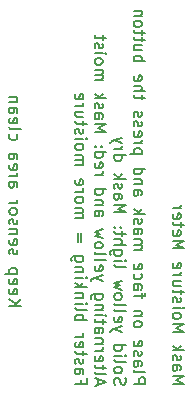
<source format=gbr>
G04 #@! TF.GenerationSoftware,KiCad,Pcbnew,(5.1.4-0-10_14)*
G04 #@! TF.CreationDate,2020-05-31T22:22:30+02:00*
G04 #@! TF.ProjectId,maskmeter,6d61736b-6d65-4746-9572-2e6b69636164,rev?*
G04 #@! TF.SameCoordinates,Original*
G04 #@! TF.FileFunction,Legend,Bot*
G04 #@! TF.FilePolarity,Positive*
%FSLAX46Y46*%
G04 Gerber Fmt 4.6, Leading zero omitted, Abs format (unit mm)*
G04 Created by KiCad (PCBNEW (5.1.4-0-10_14)) date 2020-05-31 22:22:30*
%MOMM*%
%LPD*%
G04 APERTURE LIST*
%ADD10C,0.150000*%
G04 APERTURE END LIST*
D10*
X123047619Y-99633333D02*
X124047619Y-99633333D01*
X123047619Y-99061904D02*
X123619047Y-99490476D01*
X124047619Y-99061904D02*
X123476190Y-99633333D01*
X123095238Y-98252380D02*
X123047619Y-98347619D01*
X123047619Y-98538095D01*
X123095238Y-98633333D01*
X123190476Y-98680952D01*
X123571428Y-98680952D01*
X123666666Y-98633333D01*
X123714285Y-98538095D01*
X123714285Y-98347619D01*
X123666666Y-98252380D01*
X123571428Y-98204761D01*
X123476190Y-98204761D01*
X123380952Y-98680952D01*
X123095238Y-97395238D02*
X123047619Y-97490476D01*
X123047619Y-97680952D01*
X123095238Y-97776190D01*
X123190476Y-97823809D01*
X123571428Y-97823809D01*
X123666666Y-97776190D01*
X123714285Y-97680952D01*
X123714285Y-97490476D01*
X123666666Y-97395238D01*
X123571428Y-97347619D01*
X123476190Y-97347619D01*
X123380952Y-97823809D01*
X123714285Y-96919047D02*
X122714285Y-96919047D01*
X123666666Y-96919047D02*
X123714285Y-96823809D01*
X123714285Y-96633333D01*
X123666666Y-96538095D01*
X123619047Y-96490476D01*
X123523809Y-96442857D01*
X123238095Y-96442857D01*
X123142857Y-96490476D01*
X123095238Y-96538095D01*
X123047619Y-96633333D01*
X123047619Y-96823809D01*
X123095238Y-96919047D01*
X123095238Y-95300000D02*
X123047619Y-95204761D01*
X123047619Y-95014285D01*
X123095238Y-94919047D01*
X123190476Y-94871428D01*
X123238095Y-94871428D01*
X123333333Y-94919047D01*
X123380952Y-95014285D01*
X123380952Y-95157142D01*
X123428571Y-95252380D01*
X123523809Y-95300000D01*
X123571428Y-95300000D01*
X123666666Y-95252380D01*
X123714285Y-95157142D01*
X123714285Y-95014285D01*
X123666666Y-94919047D01*
X123095238Y-94061904D02*
X123047619Y-94157142D01*
X123047619Y-94347619D01*
X123095238Y-94442857D01*
X123190476Y-94490476D01*
X123571428Y-94490476D01*
X123666666Y-94442857D01*
X123714285Y-94347619D01*
X123714285Y-94157142D01*
X123666666Y-94061904D01*
X123571428Y-94014285D01*
X123476190Y-94014285D01*
X123380952Y-94490476D01*
X123714285Y-93585714D02*
X123047619Y-93585714D01*
X123619047Y-93585714D02*
X123666666Y-93538095D01*
X123714285Y-93442857D01*
X123714285Y-93300000D01*
X123666666Y-93204761D01*
X123571428Y-93157142D01*
X123047619Y-93157142D01*
X123095238Y-92728571D02*
X123047619Y-92633333D01*
X123047619Y-92442857D01*
X123095238Y-92347619D01*
X123190476Y-92300000D01*
X123238095Y-92300000D01*
X123333333Y-92347619D01*
X123380952Y-92442857D01*
X123380952Y-92585714D01*
X123428571Y-92680952D01*
X123523809Y-92728571D01*
X123571428Y-92728571D01*
X123666666Y-92680952D01*
X123714285Y-92585714D01*
X123714285Y-92442857D01*
X123666666Y-92347619D01*
X123047619Y-91728571D02*
X123095238Y-91823809D01*
X123142857Y-91871428D01*
X123238095Y-91919047D01*
X123523809Y-91919047D01*
X123619047Y-91871428D01*
X123666666Y-91823809D01*
X123714285Y-91728571D01*
X123714285Y-91585714D01*
X123666666Y-91490476D01*
X123619047Y-91442857D01*
X123523809Y-91395238D01*
X123238095Y-91395238D01*
X123142857Y-91442857D01*
X123095238Y-91490476D01*
X123047619Y-91585714D01*
X123047619Y-91728571D01*
X123047619Y-90966666D02*
X123714285Y-90966666D01*
X123523809Y-90966666D02*
X123619047Y-90919047D01*
X123666666Y-90871428D01*
X123714285Y-90776190D01*
X123714285Y-90680952D01*
X123047619Y-89157142D02*
X123571428Y-89157142D01*
X123666666Y-89204761D01*
X123714285Y-89300000D01*
X123714285Y-89490476D01*
X123666666Y-89585714D01*
X123095238Y-89157142D02*
X123047619Y-89252380D01*
X123047619Y-89490476D01*
X123095238Y-89585714D01*
X123190476Y-89633333D01*
X123285714Y-89633333D01*
X123380952Y-89585714D01*
X123428571Y-89490476D01*
X123428571Y-89252380D01*
X123476190Y-89157142D01*
X123047619Y-88680952D02*
X123714285Y-88680952D01*
X123523809Y-88680952D02*
X123619047Y-88633333D01*
X123666666Y-88585714D01*
X123714285Y-88490476D01*
X123714285Y-88395238D01*
X123095238Y-87680952D02*
X123047619Y-87776190D01*
X123047619Y-87966666D01*
X123095238Y-88061904D01*
X123190476Y-88109523D01*
X123571428Y-88109523D01*
X123666666Y-88061904D01*
X123714285Y-87966666D01*
X123714285Y-87776190D01*
X123666666Y-87680952D01*
X123571428Y-87633333D01*
X123476190Y-87633333D01*
X123380952Y-88109523D01*
X123047619Y-86776190D02*
X123571428Y-86776190D01*
X123666666Y-86823809D01*
X123714285Y-86919047D01*
X123714285Y-87109523D01*
X123666666Y-87204761D01*
X123095238Y-86776190D02*
X123047619Y-86871428D01*
X123047619Y-87109523D01*
X123095238Y-87204761D01*
X123190476Y-87252380D01*
X123285714Y-87252380D01*
X123380952Y-87204761D01*
X123428571Y-87109523D01*
X123428571Y-86871428D01*
X123476190Y-86776190D01*
X123095238Y-85109523D02*
X123047619Y-85204761D01*
X123047619Y-85395238D01*
X123095238Y-85490476D01*
X123142857Y-85538095D01*
X123238095Y-85585714D01*
X123523809Y-85585714D01*
X123619047Y-85538095D01*
X123666666Y-85490476D01*
X123714285Y-85395238D01*
X123714285Y-85204761D01*
X123666666Y-85109523D01*
X123047619Y-84538095D02*
X123095238Y-84633333D01*
X123190476Y-84680952D01*
X124047619Y-84680952D01*
X123095238Y-83776190D02*
X123047619Y-83871428D01*
X123047619Y-84061904D01*
X123095238Y-84157142D01*
X123190476Y-84204761D01*
X123571428Y-84204761D01*
X123666666Y-84157142D01*
X123714285Y-84061904D01*
X123714285Y-83871428D01*
X123666666Y-83776190D01*
X123571428Y-83728571D01*
X123476190Y-83728571D01*
X123380952Y-84204761D01*
X123047619Y-82871428D02*
X123571428Y-82871428D01*
X123666666Y-82919047D01*
X123714285Y-83014285D01*
X123714285Y-83204761D01*
X123666666Y-83300000D01*
X123095238Y-82871428D02*
X123047619Y-82966666D01*
X123047619Y-83204761D01*
X123095238Y-83300000D01*
X123190476Y-83347619D01*
X123285714Y-83347619D01*
X123380952Y-83300000D01*
X123428571Y-83204761D01*
X123428571Y-82966666D01*
X123476190Y-82871428D01*
X123714285Y-82395238D02*
X123047619Y-82395238D01*
X123619047Y-82395238D02*
X123666666Y-82347619D01*
X123714285Y-82252380D01*
X123714285Y-82109523D01*
X123666666Y-82014285D01*
X123571428Y-81966666D01*
X123047619Y-81966666D01*
X136872619Y-106264404D02*
X137872619Y-106264404D01*
X137158333Y-105931071D01*
X137872619Y-105597738D01*
X136872619Y-105597738D01*
X136872619Y-104692976D02*
X137396428Y-104692976D01*
X137491666Y-104740595D01*
X137539285Y-104835833D01*
X137539285Y-105026309D01*
X137491666Y-105121547D01*
X136920238Y-104692976D02*
X136872619Y-104788214D01*
X136872619Y-105026309D01*
X136920238Y-105121547D01*
X137015476Y-105169166D01*
X137110714Y-105169166D01*
X137205952Y-105121547D01*
X137253571Y-105026309D01*
X137253571Y-104788214D01*
X137301190Y-104692976D01*
X136920238Y-104264404D02*
X136872619Y-104169166D01*
X136872619Y-103978690D01*
X136920238Y-103883452D01*
X137015476Y-103835833D01*
X137063095Y-103835833D01*
X137158333Y-103883452D01*
X137205952Y-103978690D01*
X137205952Y-104121547D01*
X137253571Y-104216785D01*
X137348809Y-104264404D01*
X137396428Y-104264404D01*
X137491666Y-104216785D01*
X137539285Y-104121547D01*
X137539285Y-103978690D01*
X137491666Y-103883452D01*
X136872619Y-103407261D02*
X137872619Y-103407261D01*
X137253571Y-103312023D02*
X136872619Y-103026309D01*
X137539285Y-103026309D02*
X137158333Y-103407261D01*
X136872619Y-101835833D02*
X137872619Y-101835833D01*
X137158333Y-101502500D01*
X137872619Y-101169166D01*
X136872619Y-101169166D01*
X136872619Y-100550119D02*
X136920238Y-100645357D01*
X136967857Y-100692976D01*
X137063095Y-100740595D01*
X137348809Y-100740595D01*
X137444047Y-100692976D01*
X137491666Y-100645357D01*
X137539285Y-100550119D01*
X137539285Y-100407261D01*
X137491666Y-100312023D01*
X137444047Y-100264404D01*
X137348809Y-100216785D01*
X137063095Y-100216785D01*
X136967857Y-100264404D01*
X136920238Y-100312023D01*
X136872619Y-100407261D01*
X136872619Y-100550119D01*
X136872619Y-99788214D02*
X137539285Y-99788214D01*
X137872619Y-99788214D02*
X137825000Y-99835833D01*
X137777380Y-99788214D01*
X137825000Y-99740595D01*
X137872619Y-99788214D01*
X137777380Y-99788214D01*
X136920238Y-99359642D02*
X136872619Y-99264404D01*
X136872619Y-99073928D01*
X136920238Y-98978690D01*
X137015476Y-98931071D01*
X137063095Y-98931071D01*
X137158333Y-98978690D01*
X137205952Y-99073928D01*
X137205952Y-99216785D01*
X137253571Y-99312023D01*
X137348809Y-99359642D01*
X137396428Y-99359642D01*
X137491666Y-99312023D01*
X137539285Y-99216785D01*
X137539285Y-99073928D01*
X137491666Y-98978690D01*
X137539285Y-98645357D02*
X137539285Y-98264404D01*
X137872619Y-98502500D02*
X137015476Y-98502500D01*
X136920238Y-98454880D01*
X136872619Y-98359642D01*
X136872619Y-98264404D01*
X137539285Y-97502500D02*
X136872619Y-97502500D01*
X137539285Y-97931071D02*
X137015476Y-97931071D01*
X136920238Y-97883452D01*
X136872619Y-97788214D01*
X136872619Y-97645357D01*
X136920238Y-97550119D01*
X136967857Y-97502500D01*
X136872619Y-97026309D02*
X137539285Y-97026309D01*
X137348809Y-97026309D02*
X137444047Y-96978690D01*
X137491666Y-96931071D01*
X137539285Y-96835833D01*
X137539285Y-96740595D01*
X136920238Y-96026309D02*
X136872619Y-96121547D01*
X136872619Y-96312023D01*
X136920238Y-96407261D01*
X137015476Y-96454880D01*
X137396428Y-96454880D01*
X137491666Y-96407261D01*
X137539285Y-96312023D01*
X137539285Y-96121547D01*
X137491666Y-96026309D01*
X137396428Y-95978690D01*
X137301190Y-95978690D01*
X137205952Y-96454880D01*
X136872619Y-94788214D02*
X137872619Y-94788214D01*
X137158333Y-94454880D01*
X137872619Y-94121547D01*
X136872619Y-94121547D01*
X136920238Y-93264404D02*
X136872619Y-93359642D01*
X136872619Y-93550119D01*
X136920238Y-93645357D01*
X137015476Y-93692976D01*
X137396428Y-93692976D01*
X137491666Y-93645357D01*
X137539285Y-93550119D01*
X137539285Y-93359642D01*
X137491666Y-93264404D01*
X137396428Y-93216785D01*
X137301190Y-93216785D01*
X137205952Y-93692976D01*
X137539285Y-92931071D02*
X137539285Y-92550119D01*
X137872619Y-92788214D02*
X137015476Y-92788214D01*
X136920238Y-92740595D01*
X136872619Y-92645357D01*
X136872619Y-92550119D01*
X136920238Y-91835833D02*
X136872619Y-91931071D01*
X136872619Y-92121547D01*
X136920238Y-92216785D01*
X137015476Y-92264404D01*
X137396428Y-92264404D01*
X137491666Y-92216785D01*
X137539285Y-92121547D01*
X137539285Y-91931071D01*
X137491666Y-91835833D01*
X137396428Y-91788214D01*
X137301190Y-91788214D01*
X137205952Y-92264404D01*
X136872619Y-91359642D02*
X137539285Y-91359642D01*
X137348809Y-91359642D02*
X137444047Y-91312023D01*
X137491666Y-91264404D01*
X137539285Y-91169166D01*
X137539285Y-91073928D01*
X133572619Y-106264404D02*
X134572619Y-106264404D01*
X134572619Y-105883452D01*
X134525000Y-105788214D01*
X134477380Y-105740595D01*
X134382142Y-105692976D01*
X134239285Y-105692976D01*
X134144047Y-105740595D01*
X134096428Y-105788214D01*
X134048809Y-105883452D01*
X134048809Y-106264404D01*
X133572619Y-105121547D02*
X133620238Y-105216785D01*
X133715476Y-105264404D01*
X134572619Y-105264404D01*
X133572619Y-104312023D02*
X134096428Y-104312023D01*
X134191666Y-104359642D01*
X134239285Y-104454880D01*
X134239285Y-104645357D01*
X134191666Y-104740595D01*
X133620238Y-104312023D02*
X133572619Y-104407261D01*
X133572619Y-104645357D01*
X133620238Y-104740595D01*
X133715476Y-104788214D01*
X133810714Y-104788214D01*
X133905952Y-104740595D01*
X133953571Y-104645357D01*
X133953571Y-104407261D01*
X134001190Y-104312023D01*
X133620238Y-103883452D02*
X133572619Y-103788214D01*
X133572619Y-103597738D01*
X133620238Y-103502500D01*
X133715476Y-103454880D01*
X133763095Y-103454880D01*
X133858333Y-103502500D01*
X133905952Y-103597738D01*
X133905952Y-103740595D01*
X133953571Y-103835833D01*
X134048809Y-103883452D01*
X134096428Y-103883452D01*
X134191666Y-103835833D01*
X134239285Y-103740595D01*
X134239285Y-103597738D01*
X134191666Y-103502500D01*
X133620238Y-102645357D02*
X133572619Y-102740595D01*
X133572619Y-102931071D01*
X133620238Y-103026309D01*
X133715476Y-103073928D01*
X134096428Y-103073928D01*
X134191666Y-103026309D01*
X134239285Y-102931071D01*
X134239285Y-102740595D01*
X134191666Y-102645357D01*
X134096428Y-102597738D01*
X134001190Y-102597738D01*
X133905952Y-103073928D01*
X133572619Y-101264404D02*
X133620238Y-101359642D01*
X133667857Y-101407261D01*
X133763095Y-101454880D01*
X134048809Y-101454880D01*
X134144047Y-101407261D01*
X134191666Y-101359642D01*
X134239285Y-101264404D01*
X134239285Y-101121547D01*
X134191666Y-101026309D01*
X134144047Y-100978690D01*
X134048809Y-100931071D01*
X133763095Y-100931071D01*
X133667857Y-100978690D01*
X133620238Y-101026309D01*
X133572619Y-101121547D01*
X133572619Y-101264404D01*
X134239285Y-100502500D02*
X133572619Y-100502500D01*
X134144047Y-100502500D02*
X134191666Y-100454880D01*
X134239285Y-100359642D01*
X134239285Y-100216785D01*
X134191666Y-100121547D01*
X134096428Y-100073928D01*
X133572619Y-100073928D01*
X134239285Y-98978690D02*
X134239285Y-98597738D01*
X133572619Y-98835833D02*
X134429761Y-98835833D01*
X134525000Y-98788214D01*
X134572619Y-98692976D01*
X134572619Y-98597738D01*
X133572619Y-97835833D02*
X134096428Y-97835833D01*
X134191666Y-97883452D01*
X134239285Y-97978690D01*
X134239285Y-98169166D01*
X134191666Y-98264404D01*
X133620238Y-97835833D02*
X133572619Y-97931071D01*
X133572619Y-98169166D01*
X133620238Y-98264404D01*
X133715476Y-98312023D01*
X133810714Y-98312023D01*
X133905952Y-98264404D01*
X133953571Y-98169166D01*
X133953571Y-97931071D01*
X134001190Y-97835833D01*
X133620238Y-96931071D02*
X133572619Y-97026309D01*
X133572619Y-97216785D01*
X133620238Y-97312023D01*
X133667857Y-97359642D01*
X133763095Y-97407261D01*
X134048809Y-97407261D01*
X134144047Y-97359642D01*
X134191666Y-97312023D01*
X134239285Y-97216785D01*
X134239285Y-97026309D01*
X134191666Y-96931071D01*
X133620238Y-96121547D02*
X133572619Y-96216785D01*
X133572619Y-96407261D01*
X133620238Y-96502500D01*
X133715476Y-96550119D01*
X134096428Y-96550119D01*
X134191666Y-96502500D01*
X134239285Y-96407261D01*
X134239285Y-96216785D01*
X134191666Y-96121547D01*
X134096428Y-96073928D01*
X134001190Y-96073928D01*
X133905952Y-96550119D01*
X133572619Y-94883452D02*
X134239285Y-94883452D01*
X134144047Y-94883452D02*
X134191666Y-94835833D01*
X134239285Y-94740595D01*
X134239285Y-94597738D01*
X134191666Y-94502500D01*
X134096428Y-94454880D01*
X133572619Y-94454880D01*
X134096428Y-94454880D02*
X134191666Y-94407261D01*
X134239285Y-94312023D01*
X134239285Y-94169166D01*
X134191666Y-94073928D01*
X134096428Y-94026309D01*
X133572619Y-94026309D01*
X133572619Y-93121547D02*
X134096428Y-93121547D01*
X134191666Y-93169166D01*
X134239285Y-93264404D01*
X134239285Y-93454880D01*
X134191666Y-93550119D01*
X133620238Y-93121547D02*
X133572619Y-93216785D01*
X133572619Y-93454880D01*
X133620238Y-93550119D01*
X133715476Y-93597738D01*
X133810714Y-93597738D01*
X133905952Y-93550119D01*
X133953571Y-93454880D01*
X133953571Y-93216785D01*
X134001190Y-93121547D01*
X133620238Y-92692976D02*
X133572619Y-92597738D01*
X133572619Y-92407261D01*
X133620238Y-92312023D01*
X133715476Y-92264404D01*
X133763095Y-92264404D01*
X133858333Y-92312023D01*
X133905952Y-92407261D01*
X133905952Y-92550119D01*
X133953571Y-92645357D01*
X134048809Y-92692976D01*
X134096428Y-92692976D01*
X134191666Y-92645357D01*
X134239285Y-92550119D01*
X134239285Y-92407261D01*
X134191666Y-92312023D01*
X133572619Y-91835833D02*
X134572619Y-91835833D01*
X133953571Y-91740595D02*
X133572619Y-91454880D01*
X134239285Y-91454880D02*
X133858333Y-91835833D01*
X133572619Y-89835833D02*
X134096428Y-89835833D01*
X134191666Y-89883452D01*
X134239285Y-89978690D01*
X134239285Y-90169166D01*
X134191666Y-90264404D01*
X133620238Y-89835833D02*
X133572619Y-89931071D01*
X133572619Y-90169166D01*
X133620238Y-90264404D01*
X133715476Y-90312023D01*
X133810714Y-90312023D01*
X133905952Y-90264404D01*
X133953571Y-90169166D01*
X133953571Y-89931071D01*
X134001190Y-89835833D01*
X134239285Y-89359642D02*
X133572619Y-89359642D01*
X134144047Y-89359642D02*
X134191666Y-89312023D01*
X134239285Y-89216785D01*
X134239285Y-89073928D01*
X134191666Y-88978690D01*
X134096428Y-88931071D01*
X133572619Y-88931071D01*
X133572619Y-88026309D02*
X134572619Y-88026309D01*
X133620238Y-88026309D02*
X133572619Y-88121547D01*
X133572619Y-88312023D01*
X133620238Y-88407261D01*
X133667857Y-88454880D01*
X133763095Y-88502500D01*
X134048809Y-88502500D01*
X134144047Y-88454880D01*
X134191666Y-88407261D01*
X134239285Y-88312023D01*
X134239285Y-88121547D01*
X134191666Y-88026309D01*
X134239285Y-86788214D02*
X133239285Y-86788214D01*
X134191666Y-86788214D02*
X134239285Y-86692976D01*
X134239285Y-86502500D01*
X134191666Y-86407261D01*
X134144047Y-86359642D01*
X134048809Y-86312023D01*
X133763095Y-86312023D01*
X133667857Y-86359642D01*
X133620238Y-86407261D01*
X133572619Y-86502500D01*
X133572619Y-86692976D01*
X133620238Y-86788214D01*
X133572619Y-85883452D02*
X134239285Y-85883452D01*
X134048809Y-85883452D02*
X134144047Y-85835833D01*
X134191666Y-85788214D01*
X134239285Y-85692976D01*
X134239285Y-85597738D01*
X133620238Y-84883452D02*
X133572619Y-84978690D01*
X133572619Y-85169166D01*
X133620238Y-85264404D01*
X133715476Y-85312023D01*
X134096428Y-85312023D01*
X134191666Y-85264404D01*
X134239285Y-85169166D01*
X134239285Y-84978690D01*
X134191666Y-84883452D01*
X134096428Y-84835833D01*
X134001190Y-84835833D01*
X133905952Y-85312023D01*
X133620238Y-84454880D02*
X133572619Y-84359642D01*
X133572619Y-84169166D01*
X133620238Y-84073928D01*
X133715476Y-84026309D01*
X133763095Y-84026309D01*
X133858333Y-84073928D01*
X133905952Y-84169166D01*
X133905952Y-84312023D01*
X133953571Y-84407261D01*
X134048809Y-84454880D01*
X134096428Y-84454880D01*
X134191666Y-84407261D01*
X134239285Y-84312023D01*
X134239285Y-84169166D01*
X134191666Y-84073928D01*
X133620238Y-83645357D02*
X133572619Y-83550119D01*
X133572619Y-83359642D01*
X133620238Y-83264404D01*
X133715476Y-83216785D01*
X133763095Y-83216785D01*
X133858333Y-83264404D01*
X133905952Y-83359642D01*
X133905952Y-83502500D01*
X133953571Y-83597738D01*
X134048809Y-83645357D01*
X134096428Y-83645357D01*
X134191666Y-83597738D01*
X134239285Y-83502500D01*
X134239285Y-83359642D01*
X134191666Y-83264404D01*
X134239285Y-82169166D02*
X134239285Y-81788214D01*
X134572619Y-82026309D02*
X133715476Y-82026309D01*
X133620238Y-81978690D01*
X133572619Y-81883452D01*
X133572619Y-81788214D01*
X133572619Y-81454880D02*
X134572619Y-81454880D01*
X133572619Y-81026309D02*
X134096428Y-81026309D01*
X134191666Y-81073928D01*
X134239285Y-81169166D01*
X134239285Y-81312023D01*
X134191666Y-81407261D01*
X134144047Y-81454880D01*
X133620238Y-80169166D02*
X133572619Y-80264404D01*
X133572619Y-80454880D01*
X133620238Y-80550119D01*
X133715476Y-80597738D01*
X134096428Y-80597738D01*
X134191666Y-80550119D01*
X134239285Y-80454880D01*
X134239285Y-80264404D01*
X134191666Y-80169166D01*
X134096428Y-80121547D01*
X134001190Y-80121547D01*
X133905952Y-80597738D01*
X133572619Y-78931071D02*
X134572619Y-78931071D01*
X134191666Y-78931071D02*
X134239285Y-78835833D01*
X134239285Y-78645357D01*
X134191666Y-78550119D01*
X134144047Y-78502500D01*
X134048809Y-78454880D01*
X133763095Y-78454880D01*
X133667857Y-78502500D01*
X133620238Y-78550119D01*
X133572619Y-78645357D01*
X133572619Y-78835833D01*
X133620238Y-78931071D01*
X134239285Y-77597738D02*
X133572619Y-77597738D01*
X134239285Y-78026309D02*
X133715476Y-78026309D01*
X133620238Y-77978690D01*
X133572619Y-77883452D01*
X133572619Y-77740595D01*
X133620238Y-77645357D01*
X133667857Y-77597738D01*
X134239285Y-77264404D02*
X134239285Y-76883452D01*
X134572619Y-77121547D02*
X133715476Y-77121547D01*
X133620238Y-77073928D01*
X133572619Y-76978690D01*
X133572619Y-76883452D01*
X134239285Y-76692976D02*
X134239285Y-76312023D01*
X134572619Y-76550119D02*
X133715476Y-76550119D01*
X133620238Y-76502500D01*
X133572619Y-76407261D01*
X133572619Y-76312023D01*
X133572619Y-75835833D02*
X133620238Y-75931071D01*
X133667857Y-75978690D01*
X133763095Y-76026309D01*
X134048809Y-76026309D01*
X134144047Y-75978690D01*
X134191666Y-75931071D01*
X134239285Y-75835833D01*
X134239285Y-75692976D01*
X134191666Y-75597738D01*
X134144047Y-75550119D01*
X134048809Y-75502500D01*
X133763095Y-75502500D01*
X133667857Y-75550119D01*
X133620238Y-75597738D01*
X133572619Y-75692976D01*
X133572619Y-75835833D01*
X134239285Y-75073928D02*
X133572619Y-75073928D01*
X134144047Y-75073928D02*
X134191666Y-75026309D01*
X134239285Y-74931071D01*
X134239285Y-74788214D01*
X134191666Y-74692976D01*
X134096428Y-74645357D01*
X133572619Y-74645357D01*
X131970238Y-106312023D02*
X131922619Y-106169166D01*
X131922619Y-105931071D01*
X131970238Y-105835833D01*
X132017857Y-105788214D01*
X132113095Y-105740595D01*
X132208333Y-105740595D01*
X132303571Y-105788214D01*
X132351190Y-105835833D01*
X132398809Y-105931071D01*
X132446428Y-106121547D01*
X132494047Y-106216785D01*
X132541666Y-106264404D01*
X132636904Y-106312023D01*
X132732142Y-106312023D01*
X132827380Y-106264404D01*
X132875000Y-106216785D01*
X132922619Y-106121547D01*
X132922619Y-105883452D01*
X132875000Y-105740595D01*
X131922619Y-105169166D02*
X131970238Y-105264404D01*
X132017857Y-105312023D01*
X132113095Y-105359642D01*
X132398809Y-105359642D01*
X132494047Y-105312023D01*
X132541666Y-105264404D01*
X132589285Y-105169166D01*
X132589285Y-105026309D01*
X132541666Y-104931071D01*
X132494047Y-104883452D01*
X132398809Y-104835833D01*
X132113095Y-104835833D01*
X132017857Y-104883452D01*
X131970238Y-104931071D01*
X131922619Y-105026309D01*
X131922619Y-105169166D01*
X131922619Y-104264404D02*
X131970238Y-104359642D01*
X132065476Y-104407261D01*
X132922619Y-104407261D01*
X131922619Y-103883452D02*
X132589285Y-103883452D01*
X132922619Y-103883452D02*
X132875000Y-103931071D01*
X132827380Y-103883452D01*
X132875000Y-103835833D01*
X132922619Y-103883452D01*
X132827380Y-103883452D01*
X131922619Y-102978690D02*
X132922619Y-102978690D01*
X131970238Y-102978690D02*
X131922619Y-103073928D01*
X131922619Y-103264404D01*
X131970238Y-103359642D01*
X132017857Y-103407261D01*
X132113095Y-103454880D01*
X132398809Y-103454880D01*
X132494047Y-103407261D01*
X132541666Y-103359642D01*
X132589285Y-103264404D01*
X132589285Y-103073928D01*
X132541666Y-102978690D01*
X132589285Y-101835833D02*
X131922619Y-101597738D01*
X132589285Y-101359642D02*
X131922619Y-101597738D01*
X131684523Y-101692976D01*
X131636904Y-101740595D01*
X131589285Y-101835833D01*
X131970238Y-100597738D02*
X131922619Y-100692976D01*
X131922619Y-100883452D01*
X131970238Y-100978690D01*
X132065476Y-101026309D01*
X132446428Y-101026309D01*
X132541666Y-100978690D01*
X132589285Y-100883452D01*
X132589285Y-100692976D01*
X132541666Y-100597738D01*
X132446428Y-100550119D01*
X132351190Y-100550119D01*
X132255952Y-101026309D01*
X131922619Y-99978690D02*
X131970238Y-100073928D01*
X132065476Y-100121547D01*
X132922619Y-100121547D01*
X131922619Y-99454880D02*
X131970238Y-99550119D01*
X132065476Y-99597738D01*
X132922619Y-99597738D01*
X131922619Y-98931071D02*
X131970238Y-99026309D01*
X132017857Y-99073928D01*
X132113095Y-99121547D01*
X132398809Y-99121547D01*
X132494047Y-99073928D01*
X132541666Y-99026309D01*
X132589285Y-98931071D01*
X132589285Y-98788214D01*
X132541666Y-98692976D01*
X132494047Y-98645357D01*
X132398809Y-98597738D01*
X132113095Y-98597738D01*
X132017857Y-98645357D01*
X131970238Y-98692976D01*
X131922619Y-98788214D01*
X131922619Y-98931071D01*
X132589285Y-98264404D02*
X131922619Y-98073928D01*
X132398809Y-97883452D01*
X131922619Y-97692976D01*
X132589285Y-97502500D01*
X131922619Y-96216785D02*
X131970238Y-96312023D01*
X132065476Y-96359642D01*
X132922619Y-96359642D01*
X131922619Y-95835833D02*
X132589285Y-95835833D01*
X132922619Y-95835833D02*
X132875000Y-95883452D01*
X132827380Y-95835833D01*
X132875000Y-95788214D01*
X132922619Y-95835833D01*
X132827380Y-95835833D01*
X132589285Y-94931071D02*
X131779761Y-94931071D01*
X131684523Y-94978690D01*
X131636904Y-95026309D01*
X131589285Y-95121547D01*
X131589285Y-95264404D01*
X131636904Y-95359642D01*
X131970238Y-94931071D02*
X131922619Y-95026309D01*
X131922619Y-95216785D01*
X131970238Y-95312023D01*
X132017857Y-95359642D01*
X132113095Y-95407261D01*
X132398809Y-95407261D01*
X132494047Y-95359642D01*
X132541666Y-95312023D01*
X132589285Y-95216785D01*
X132589285Y-95026309D01*
X132541666Y-94931071D01*
X131922619Y-94454880D02*
X132922619Y-94454880D01*
X131922619Y-94026309D02*
X132446428Y-94026309D01*
X132541666Y-94073928D01*
X132589285Y-94169166D01*
X132589285Y-94312023D01*
X132541666Y-94407261D01*
X132494047Y-94454880D01*
X132589285Y-93692976D02*
X132589285Y-93312023D01*
X132922619Y-93550119D02*
X132065476Y-93550119D01*
X131970238Y-93502500D01*
X131922619Y-93407261D01*
X131922619Y-93312023D01*
X132017857Y-92978690D02*
X131970238Y-92931071D01*
X131922619Y-92978690D01*
X131970238Y-93026309D01*
X132017857Y-92978690D01*
X131922619Y-92978690D01*
X132541666Y-92978690D02*
X132494047Y-92931071D01*
X132446428Y-92978690D01*
X132494047Y-93026309D01*
X132541666Y-92978690D01*
X132446428Y-92978690D01*
X131922619Y-91740595D02*
X132922619Y-91740595D01*
X132208333Y-91407261D01*
X132922619Y-91073928D01*
X131922619Y-91073928D01*
X131922619Y-90169166D02*
X132446428Y-90169166D01*
X132541666Y-90216785D01*
X132589285Y-90312023D01*
X132589285Y-90502500D01*
X132541666Y-90597738D01*
X131970238Y-90169166D02*
X131922619Y-90264404D01*
X131922619Y-90502500D01*
X131970238Y-90597738D01*
X132065476Y-90645357D01*
X132160714Y-90645357D01*
X132255952Y-90597738D01*
X132303571Y-90502500D01*
X132303571Y-90264404D01*
X132351190Y-90169166D01*
X131970238Y-89740595D02*
X131922619Y-89645357D01*
X131922619Y-89454880D01*
X131970238Y-89359642D01*
X132065476Y-89312023D01*
X132113095Y-89312023D01*
X132208333Y-89359642D01*
X132255952Y-89454880D01*
X132255952Y-89597738D01*
X132303571Y-89692976D01*
X132398809Y-89740595D01*
X132446428Y-89740595D01*
X132541666Y-89692976D01*
X132589285Y-89597738D01*
X132589285Y-89454880D01*
X132541666Y-89359642D01*
X131922619Y-88883452D02*
X132922619Y-88883452D01*
X132303571Y-88788214D02*
X131922619Y-88502500D01*
X132589285Y-88502500D02*
X132208333Y-88883452D01*
X131922619Y-86883452D02*
X132922619Y-86883452D01*
X131970238Y-86883452D02*
X131922619Y-86978690D01*
X131922619Y-87169166D01*
X131970238Y-87264404D01*
X132017857Y-87312023D01*
X132113095Y-87359642D01*
X132398809Y-87359642D01*
X132494047Y-87312023D01*
X132541666Y-87264404D01*
X132589285Y-87169166D01*
X132589285Y-86978690D01*
X132541666Y-86883452D01*
X131922619Y-86407261D02*
X132589285Y-86407261D01*
X132398809Y-86407261D02*
X132494047Y-86359642D01*
X132541666Y-86312023D01*
X132589285Y-86216785D01*
X132589285Y-86121547D01*
X132589285Y-85883452D02*
X131922619Y-85645357D01*
X132589285Y-85407261D02*
X131922619Y-85645357D01*
X131684523Y-85740595D01*
X131636904Y-85788214D01*
X131589285Y-85883452D01*
X130558333Y-106312023D02*
X130558333Y-105835833D01*
X130272619Y-106407261D02*
X131272619Y-106073928D01*
X130272619Y-105740595D01*
X130272619Y-105264404D02*
X130320238Y-105359642D01*
X130415476Y-105407261D01*
X131272619Y-105407261D01*
X130939285Y-105026309D02*
X130939285Y-104645357D01*
X131272619Y-104883452D02*
X130415476Y-104883452D01*
X130320238Y-104835833D01*
X130272619Y-104740595D01*
X130272619Y-104645357D01*
X130320238Y-103931071D02*
X130272619Y-104026309D01*
X130272619Y-104216785D01*
X130320238Y-104312023D01*
X130415476Y-104359642D01*
X130796428Y-104359642D01*
X130891666Y-104312023D01*
X130939285Y-104216785D01*
X130939285Y-104026309D01*
X130891666Y-103931071D01*
X130796428Y-103883452D01*
X130701190Y-103883452D01*
X130605952Y-104359642D01*
X130272619Y-103454880D02*
X130939285Y-103454880D01*
X130748809Y-103454880D02*
X130844047Y-103407261D01*
X130891666Y-103359642D01*
X130939285Y-103264404D01*
X130939285Y-103169166D01*
X130939285Y-102835833D02*
X130272619Y-102835833D01*
X130844047Y-102835833D02*
X130891666Y-102788214D01*
X130939285Y-102692976D01*
X130939285Y-102550119D01*
X130891666Y-102454880D01*
X130796428Y-102407261D01*
X130272619Y-102407261D01*
X130272619Y-101502500D02*
X130796428Y-101502500D01*
X130891666Y-101550119D01*
X130939285Y-101645357D01*
X130939285Y-101835833D01*
X130891666Y-101931071D01*
X130320238Y-101502500D02*
X130272619Y-101597738D01*
X130272619Y-101835833D01*
X130320238Y-101931071D01*
X130415476Y-101978690D01*
X130510714Y-101978690D01*
X130605952Y-101931071D01*
X130653571Y-101835833D01*
X130653571Y-101597738D01*
X130701190Y-101502500D01*
X130939285Y-101169166D02*
X130939285Y-100788214D01*
X131272619Y-101026309D02*
X130415476Y-101026309D01*
X130320238Y-100978690D01*
X130272619Y-100883452D01*
X130272619Y-100788214D01*
X130272619Y-100454880D02*
X130939285Y-100454880D01*
X131272619Y-100454880D02*
X131225000Y-100502500D01*
X131177380Y-100454880D01*
X131225000Y-100407261D01*
X131272619Y-100454880D01*
X131177380Y-100454880D01*
X130939285Y-99978690D02*
X130272619Y-99978690D01*
X130844047Y-99978690D02*
X130891666Y-99931071D01*
X130939285Y-99835833D01*
X130939285Y-99692976D01*
X130891666Y-99597738D01*
X130796428Y-99550119D01*
X130272619Y-99550119D01*
X130939285Y-98645357D02*
X130129761Y-98645357D01*
X130034523Y-98692976D01*
X129986904Y-98740595D01*
X129939285Y-98835833D01*
X129939285Y-98978690D01*
X129986904Y-99073928D01*
X130320238Y-98645357D02*
X130272619Y-98740595D01*
X130272619Y-98931071D01*
X130320238Y-99026309D01*
X130367857Y-99073928D01*
X130463095Y-99121547D01*
X130748809Y-99121547D01*
X130844047Y-99073928D01*
X130891666Y-99026309D01*
X130939285Y-98931071D01*
X130939285Y-98740595D01*
X130891666Y-98645357D01*
X130939285Y-97502500D02*
X130272619Y-97264404D01*
X130939285Y-97026309D02*
X130272619Y-97264404D01*
X130034523Y-97359642D01*
X129986904Y-97407261D01*
X129939285Y-97502500D01*
X130320238Y-96264404D02*
X130272619Y-96359642D01*
X130272619Y-96550119D01*
X130320238Y-96645357D01*
X130415476Y-96692976D01*
X130796428Y-96692976D01*
X130891666Y-96645357D01*
X130939285Y-96550119D01*
X130939285Y-96359642D01*
X130891666Y-96264404D01*
X130796428Y-96216785D01*
X130701190Y-96216785D01*
X130605952Y-96692976D01*
X130272619Y-95645357D02*
X130320238Y-95740595D01*
X130415476Y-95788214D01*
X131272619Y-95788214D01*
X130272619Y-95121547D02*
X130320238Y-95216785D01*
X130415476Y-95264404D01*
X131272619Y-95264404D01*
X130272619Y-94597738D02*
X130320238Y-94692976D01*
X130367857Y-94740595D01*
X130463095Y-94788214D01*
X130748809Y-94788214D01*
X130844047Y-94740595D01*
X130891666Y-94692976D01*
X130939285Y-94597738D01*
X130939285Y-94454880D01*
X130891666Y-94359642D01*
X130844047Y-94312023D01*
X130748809Y-94264404D01*
X130463095Y-94264404D01*
X130367857Y-94312023D01*
X130320238Y-94359642D01*
X130272619Y-94454880D01*
X130272619Y-94597738D01*
X130939285Y-93931071D02*
X130272619Y-93740595D01*
X130748809Y-93550119D01*
X130272619Y-93359642D01*
X130939285Y-93169166D01*
X130272619Y-91597738D02*
X130796428Y-91597738D01*
X130891666Y-91645357D01*
X130939285Y-91740595D01*
X130939285Y-91931071D01*
X130891666Y-92026309D01*
X130320238Y-91597738D02*
X130272619Y-91692976D01*
X130272619Y-91931071D01*
X130320238Y-92026309D01*
X130415476Y-92073928D01*
X130510714Y-92073928D01*
X130605952Y-92026309D01*
X130653571Y-91931071D01*
X130653571Y-91692976D01*
X130701190Y-91597738D01*
X130939285Y-91121547D02*
X130272619Y-91121547D01*
X130844047Y-91121547D02*
X130891666Y-91073928D01*
X130939285Y-90978690D01*
X130939285Y-90835833D01*
X130891666Y-90740595D01*
X130796428Y-90692976D01*
X130272619Y-90692976D01*
X130272619Y-89788214D02*
X131272619Y-89788214D01*
X130320238Y-89788214D02*
X130272619Y-89883452D01*
X130272619Y-90073928D01*
X130320238Y-90169166D01*
X130367857Y-90216785D01*
X130463095Y-90264404D01*
X130748809Y-90264404D01*
X130844047Y-90216785D01*
X130891666Y-90169166D01*
X130939285Y-90073928D01*
X130939285Y-89883452D01*
X130891666Y-89788214D01*
X130272619Y-88550119D02*
X130939285Y-88550119D01*
X130748809Y-88550119D02*
X130844047Y-88502500D01*
X130891666Y-88454880D01*
X130939285Y-88359642D01*
X130939285Y-88264404D01*
X130320238Y-87550119D02*
X130272619Y-87645357D01*
X130272619Y-87835833D01*
X130320238Y-87931071D01*
X130415476Y-87978690D01*
X130796428Y-87978690D01*
X130891666Y-87931071D01*
X130939285Y-87835833D01*
X130939285Y-87645357D01*
X130891666Y-87550119D01*
X130796428Y-87502500D01*
X130701190Y-87502500D01*
X130605952Y-87978690D01*
X130272619Y-86645357D02*
X131272619Y-86645357D01*
X130320238Y-86645357D02*
X130272619Y-86740595D01*
X130272619Y-86931071D01*
X130320238Y-87026309D01*
X130367857Y-87073928D01*
X130463095Y-87121547D01*
X130748809Y-87121547D01*
X130844047Y-87073928D01*
X130891666Y-87026309D01*
X130939285Y-86931071D01*
X130939285Y-86740595D01*
X130891666Y-86645357D01*
X130367857Y-86169166D02*
X130320238Y-86121547D01*
X130272619Y-86169166D01*
X130320238Y-86216785D01*
X130367857Y-86169166D01*
X130272619Y-86169166D01*
X130891666Y-86169166D02*
X130844047Y-86121547D01*
X130796428Y-86169166D01*
X130844047Y-86216785D01*
X130891666Y-86169166D01*
X130796428Y-86169166D01*
X130272619Y-84931071D02*
X131272619Y-84931071D01*
X130558333Y-84597738D01*
X131272619Y-84264404D01*
X130272619Y-84264404D01*
X130272619Y-83359642D02*
X130796428Y-83359642D01*
X130891666Y-83407261D01*
X130939285Y-83502500D01*
X130939285Y-83692976D01*
X130891666Y-83788214D01*
X130320238Y-83359642D02*
X130272619Y-83454880D01*
X130272619Y-83692976D01*
X130320238Y-83788214D01*
X130415476Y-83835833D01*
X130510714Y-83835833D01*
X130605952Y-83788214D01*
X130653571Y-83692976D01*
X130653571Y-83454880D01*
X130701190Y-83359642D01*
X130320238Y-82931071D02*
X130272619Y-82835833D01*
X130272619Y-82645357D01*
X130320238Y-82550119D01*
X130415476Y-82502500D01*
X130463095Y-82502500D01*
X130558333Y-82550119D01*
X130605952Y-82645357D01*
X130605952Y-82788214D01*
X130653571Y-82883452D01*
X130748809Y-82931071D01*
X130796428Y-82931071D01*
X130891666Y-82883452D01*
X130939285Y-82788214D01*
X130939285Y-82645357D01*
X130891666Y-82550119D01*
X130272619Y-82073928D02*
X131272619Y-82073928D01*
X130653571Y-81978690D02*
X130272619Y-81692976D01*
X130939285Y-81692976D02*
X130558333Y-82073928D01*
X130272619Y-80502500D02*
X130939285Y-80502500D01*
X130844047Y-80502500D02*
X130891666Y-80454880D01*
X130939285Y-80359642D01*
X130939285Y-80216785D01*
X130891666Y-80121547D01*
X130796428Y-80073928D01*
X130272619Y-80073928D01*
X130796428Y-80073928D02*
X130891666Y-80026309D01*
X130939285Y-79931071D01*
X130939285Y-79788214D01*
X130891666Y-79692976D01*
X130796428Y-79645357D01*
X130272619Y-79645357D01*
X130272619Y-79026309D02*
X130320238Y-79121547D01*
X130367857Y-79169166D01*
X130463095Y-79216785D01*
X130748809Y-79216785D01*
X130844047Y-79169166D01*
X130891666Y-79121547D01*
X130939285Y-79026309D01*
X130939285Y-78883452D01*
X130891666Y-78788214D01*
X130844047Y-78740595D01*
X130748809Y-78692976D01*
X130463095Y-78692976D01*
X130367857Y-78740595D01*
X130320238Y-78788214D01*
X130272619Y-78883452D01*
X130272619Y-79026309D01*
X130272619Y-78264404D02*
X130939285Y-78264404D01*
X131272619Y-78264404D02*
X131225000Y-78312023D01*
X131177380Y-78264404D01*
X131225000Y-78216785D01*
X131272619Y-78264404D01*
X131177380Y-78264404D01*
X130320238Y-77835833D02*
X130272619Y-77740595D01*
X130272619Y-77550119D01*
X130320238Y-77454880D01*
X130415476Y-77407261D01*
X130463095Y-77407261D01*
X130558333Y-77454880D01*
X130605952Y-77550119D01*
X130605952Y-77692976D01*
X130653571Y-77788214D01*
X130748809Y-77835833D01*
X130796428Y-77835833D01*
X130891666Y-77788214D01*
X130939285Y-77692976D01*
X130939285Y-77550119D01*
X130891666Y-77454880D01*
X130939285Y-77121547D02*
X130939285Y-76740595D01*
X131272619Y-76978690D02*
X130415476Y-76978690D01*
X130320238Y-76931071D01*
X130272619Y-76835833D01*
X130272619Y-76740595D01*
X129146428Y-105931071D02*
X129146428Y-106264404D01*
X128622619Y-106264404D02*
X129622619Y-106264404D01*
X129622619Y-105788214D01*
X128622619Y-104978690D02*
X129146428Y-104978690D01*
X129241666Y-105026309D01*
X129289285Y-105121547D01*
X129289285Y-105312023D01*
X129241666Y-105407261D01*
X128670238Y-104978690D02*
X128622619Y-105073928D01*
X128622619Y-105312023D01*
X128670238Y-105407261D01*
X128765476Y-105454880D01*
X128860714Y-105454880D01*
X128955952Y-105407261D01*
X129003571Y-105312023D01*
X129003571Y-105073928D01*
X129051190Y-104978690D01*
X128670238Y-104550119D02*
X128622619Y-104454880D01*
X128622619Y-104264404D01*
X128670238Y-104169166D01*
X128765476Y-104121547D01*
X128813095Y-104121547D01*
X128908333Y-104169166D01*
X128955952Y-104264404D01*
X128955952Y-104407261D01*
X129003571Y-104502500D01*
X129098809Y-104550119D01*
X129146428Y-104550119D01*
X129241666Y-104502500D01*
X129289285Y-104407261D01*
X129289285Y-104264404D01*
X129241666Y-104169166D01*
X129289285Y-103835833D02*
X129289285Y-103454880D01*
X129622619Y-103692976D02*
X128765476Y-103692976D01*
X128670238Y-103645357D01*
X128622619Y-103550119D01*
X128622619Y-103454880D01*
X128670238Y-102740595D02*
X128622619Y-102835833D01*
X128622619Y-103026309D01*
X128670238Y-103121547D01*
X128765476Y-103169166D01*
X129146428Y-103169166D01*
X129241666Y-103121547D01*
X129289285Y-103026309D01*
X129289285Y-102835833D01*
X129241666Y-102740595D01*
X129146428Y-102692976D01*
X129051190Y-102692976D01*
X128955952Y-103169166D01*
X128622619Y-102264404D02*
X129289285Y-102264404D01*
X129098809Y-102264404D02*
X129194047Y-102216785D01*
X129241666Y-102169166D01*
X129289285Y-102073928D01*
X129289285Y-101978690D01*
X128622619Y-100883452D02*
X129622619Y-100883452D01*
X129241666Y-100883452D02*
X129289285Y-100788214D01*
X129289285Y-100597738D01*
X129241666Y-100502500D01*
X129194047Y-100454880D01*
X129098809Y-100407261D01*
X128813095Y-100407261D01*
X128717857Y-100454880D01*
X128670238Y-100502500D01*
X128622619Y-100597738D01*
X128622619Y-100788214D01*
X128670238Y-100883452D01*
X128622619Y-99835833D02*
X128670238Y-99931071D01*
X128765476Y-99978690D01*
X129622619Y-99978690D01*
X128622619Y-99454880D02*
X129289285Y-99454880D01*
X129622619Y-99454880D02*
X129575000Y-99502500D01*
X129527380Y-99454880D01*
X129575000Y-99407261D01*
X129622619Y-99454880D01*
X129527380Y-99454880D01*
X129289285Y-98978690D02*
X128622619Y-98978690D01*
X129194047Y-98978690D02*
X129241666Y-98931071D01*
X129289285Y-98835833D01*
X129289285Y-98692976D01*
X129241666Y-98597738D01*
X129146428Y-98550119D01*
X128622619Y-98550119D01*
X128622619Y-98073928D02*
X129622619Y-98073928D01*
X129003571Y-97978690D02*
X128622619Y-97692976D01*
X129289285Y-97692976D02*
X128908333Y-98073928D01*
X128622619Y-97264404D02*
X129289285Y-97264404D01*
X129622619Y-97264404D02*
X129575000Y-97312023D01*
X129527380Y-97264404D01*
X129575000Y-97216785D01*
X129622619Y-97264404D01*
X129527380Y-97264404D01*
X129289285Y-96788214D02*
X128622619Y-96788214D01*
X129194047Y-96788214D02*
X129241666Y-96740595D01*
X129289285Y-96645357D01*
X129289285Y-96502500D01*
X129241666Y-96407261D01*
X129146428Y-96359642D01*
X128622619Y-96359642D01*
X129289285Y-95454880D02*
X128479761Y-95454880D01*
X128384523Y-95502500D01*
X128336904Y-95550119D01*
X128289285Y-95645357D01*
X128289285Y-95788214D01*
X128336904Y-95883452D01*
X128670238Y-95454880D02*
X128622619Y-95550119D01*
X128622619Y-95740595D01*
X128670238Y-95835833D01*
X128717857Y-95883452D01*
X128813095Y-95931071D01*
X129098809Y-95931071D01*
X129194047Y-95883452D01*
X129241666Y-95835833D01*
X129289285Y-95740595D01*
X129289285Y-95550119D01*
X129241666Y-95454880D01*
X129146428Y-94216785D02*
X129146428Y-93454880D01*
X128860714Y-93454880D02*
X128860714Y-94216785D01*
X128622619Y-92216785D02*
X129289285Y-92216785D01*
X129194047Y-92216785D02*
X129241666Y-92169166D01*
X129289285Y-92073928D01*
X129289285Y-91931071D01*
X129241666Y-91835833D01*
X129146428Y-91788214D01*
X128622619Y-91788214D01*
X129146428Y-91788214D02*
X129241666Y-91740595D01*
X129289285Y-91645357D01*
X129289285Y-91502500D01*
X129241666Y-91407261D01*
X129146428Y-91359642D01*
X128622619Y-91359642D01*
X128622619Y-90740595D02*
X128670238Y-90835833D01*
X128717857Y-90883452D01*
X128813095Y-90931071D01*
X129098809Y-90931071D01*
X129194047Y-90883452D01*
X129241666Y-90835833D01*
X129289285Y-90740595D01*
X129289285Y-90597738D01*
X129241666Y-90502500D01*
X129194047Y-90454880D01*
X129098809Y-90407261D01*
X128813095Y-90407261D01*
X128717857Y-90454880D01*
X128670238Y-90502500D01*
X128622619Y-90597738D01*
X128622619Y-90740595D01*
X128622619Y-89978690D02*
X129289285Y-89978690D01*
X129098809Y-89978690D02*
X129194047Y-89931071D01*
X129241666Y-89883452D01*
X129289285Y-89788214D01*
X129289285Y-89692976D01*
X128670238Y-88978690D02*
X128622619Y-89073928D01*
X128622619Y-89264404D01*
X128670238Y-89359642D01*
X128765476Y-89407261D01*
X129146428Y-89407261D01*
X129241666Y-89359642D01*
X129289285Y-89264404D01*
X129289285Y-89073928D01*
X129241666Y-88978690D01*
X129146428Y-88931071D01*
X129051190Y-88931071D01*
X128955952Y-89407261D01*
X128622619Y-87740595D02*
X129289285Y-87740595D01*
X129194047Y-87740595D02*
X129241666Y-87692976D01*
X129289285Y-87597738D01*
X129289285Y-87454880D01*
X129241666Y-87359642D01*
X129146428Y-87312023D01*
X128622619Y-87312023D01*
X129146428Y-87312023D02*
X129241666Y-87264404D01*
X129289285Y-87169166D01*
X129289285Y-87026309D01*
X129241666Y-86931071D01*
X129146428Y-86883452D01*
X128622619Y-86883452D01*
X128622619Y-86264404D02*
X128670238Y-86359642D01*
X128717857Y-86407261D01*
X128813095Y-86454880D01*
X129098809Y-86454880D01*
X129194047Y-86407261D01*
X129241666Y-86359642D01*
X129289285Y-86264404D01*
X129289285Y-86121547D01*
X129241666Y-86026309D01*
X129194047Y-85978690D01*
X129098809Y-85931071D01*
X128813095Y-85931071D01*
X128717857Y-85978690D01*
X128670238Y-86026309D01*
X128622619Y-86121547D01*
X128622619Y-86264404D01*
X128622619Y-85502500D02*
X129289285Y-85502500D01*
X129622619Y-85502500D02*
X129575000Y-85550119D01*
X129527380Y-85502500D01*
X129575000Y-85454880D01*
X129622619Y-85502500D01*
X129527380Y-85502500D01*
X128670238Y-85073928D02*
X128622619Y-84978690D01*
X128622619Y-84788214D01*
X128670238Y-84692976D01*
X128765476Y-84645357D01*
X128813095Y-84645357D01*
X128908333Y-84692976D01*
X128955952Y-84788214D01*
X128955952Y-84931071D01*
X129003571Y-85026309D01*
X129098809Y-85073928D01*
X129146428Y-85073928D01*
X129241666Y-85026309D01*
X129289285Y-84931071D01*
X129289285Y-84788214D01*
X129241666Y-84692976D01*
X129289285Y-84359642D02*
X129289285Y-83978690D01*
X129622619Y-84216785D02*
X128765476Y-84216785D01*
X128670238Y-84169166D01*
X128622619Y-84073928D01*
X128622619Y-83978690D01*
X129289285Y-83216785D02*
X128622619Y-83216785D01*
X129289285Y-83645357D02*
X128765476Y-83645357D01*
X128670238Y-83597738D01*
X128622619Y-83502500D01*
X128622619Y-83359642D01*
X128670238Y-83264404D01*
X128717857Y-83216785D01*
X128622619Y-82740595D02*
X129289285Y-82740595D01*
X129098809Y-82740595D02*
X129194047Y-82692976D01*
X129241666Y-82645357D01*
X129289285Y-82550119D01*
X129289285Y-82454880D01*
X128670238Y-81740595D02*
X128622619Y-81835833D01*
X128622619Y-82026309D01*
X128670238Y-82121547D01*
X128765476Y-82169166D01*
X129146428Y-82169166D01*
X129241666Y-82121547D01*
X129289285Y-82026309D01*
X129289285Y-81835833D01*
X129241666Y-81740595D01*
X129146428Y-81692976D01*
X129051190Y-81692976D01*
X128955952Y-82169166D01*
M02*

</source>
